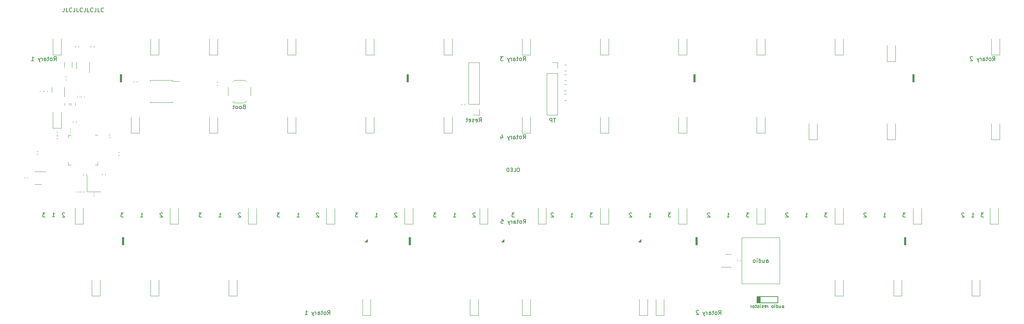
<source format=gbr>
%TF.GenerationSoftware,KiCad,Pcbnew,(6.0.11)*%
%TF.CreationDate,2023-02-27T17:51:17+01:00*%
%TF.ProjectId,alpha-curISO_routingv6,616c7068-612d-4637-9572-49534f5f726f,rev?*%
%TF.SameCoordinates,Original*%
%TF.FileFunction,Legend,Bot*%
%TF.FilePolarity,Positive*%
%FSLAX46Y46*%
G04 Gerber Fmt 4.6, Leading zero omitted, Abs format (unit mm)*
G04 Created by KiCad (PCBNEW (6.0.11)) date 2023-02-27 17:51:17*
%MOMM*%
%LPD*%
G01*
G04 APERTURE LIST*
%ADD10C,0.150000*%
%ADD11C,0.120000*%
%ADD12C,0.100000*%
G04 APERTURE END LIST*
D10*
X52720833Y-99464880D02*
X52101785Y-99464880D01*
X52435119Y-99845833D01*
X52292261Y-99845833D01*
X52197023Y-99893452D01*
X52149404Y-99941071D01*
X52101785Y-100036309D01*
X52101785Y-100274404D01*
X52149404Y-100369642D01*
X52197023Y-100417261D01*
X52292261Y-100464880D01*
X52577976Y-100464880D01*
X52673214Y-100417261D01*
X52720833Y-100369642D01*
X119348214Y-99560119D02*
X119300595Y-99512500D01*
X119205357Y-99464880D01*
X118967261Y-99464880D01*
X118872023Y-99512500D01*
X118824404Y-99560119D01*
X118776785Y-99655357D01*
X118776785Y-99750595D01*
X118824404Y-99893452D01*
X119395833Y-100464880D01*
X118776785Y-100464880D01*
X257460714Y-99560119D02*
X257413095Y-99512500D01*
X257317857Y-99464880D01*
X257079761Y-99464880D01*
X256984523Y-99512500D01*
X256936904Y-99560119D01*
X256889285Y-99655357D01*
X256889285Y-99750595D01*
X256936904Y-99893452D01*
X257508333Y-100464880D01*
X256889285Y-100464880D01*
X94964285Y-100464880D02*
X95535714Y-100464880D01*
X95250000Y-100464880D02*
X95250000Y-99464880D01*
X95345238Y-99607738D01*
X95440476Y-99702976D01*
X95535714Y-99750595D01*
X35401285Y-100401380D02*
X35972714Y-100401380D01*
X35687000Y-100401380D02*
X35687000Y-99401380D01*
X35782238Y-99544238D01*
X35877476Y-99639476D01*
X35972714Y-99687095D01*
X56864285Y-100464880D02*
X57435714Y-100464880D01*
X57150000Y-100464880D02*
X57150000Y-99464880D01*
X57245238Y-99607738D01*
X57340476Y-99702976D01*
X57435714Y-99750595D01*
X82081547Y-73588571D02*
X81938690Y-73636190D01*
X81891071Y-73683809D01*
X81843452Y-73779047D01*
X81843452Y-73921904D01*
X81891071Y-74017142D01*
X81938690Y-74064761D01*
X82033928Y-74112380D01*
X82414880Y-74112380D01*
X82414880Y-73112380D01*
X82081547Y-73112380D01*
X81986309Y-73160000D01*
X81938690Y-73207619D01*
X81891071Y-73302857D01*
X81891071Y-73398095D01*
X81938690Y-73493333D01*
X81986309Y-73540952D01*
X82081547Y-73588571D01*
X82414880Y-73588571D01*
X81272023Y-74112380D02*
X81367261Y-74064761D01*
X81414880Y-74017142D01*
X81462500Y-73921904D01*
X81462500Y-73636190D01*
X81414880Y-73540952D01*
X81367261Y-73493333D01*
X81272023Y-73445714D01*
X81129166Y-73445714D01*
X81033928Y-73493333D01*
X80986309Y-73540952D01*
X80938690Y-73636190D01*
X80938690Y-73921904D01*
X80986309Y-74017142D01*
X81033928Y-74064761D01*
X81129166Y-74112380D01*
X81272023Y-74112380D01*
X80367261Y-74112380D02*
X80462500Y-74064761D01*
X80510119Y-74017142D01*
X80557738Y-73921904D01*
X80557738Y-73636190D01*
X80510119Y-73540952D01*
X80462500Y-73493333D01*
X80367261Y-73445714D01*
X80224404Y-73445714D01*
X80129166Y-73493333D01*
X80081547Y-73540952D01*
X80033928Y-73636190D01*
X80033928Y-73921904D01*
X80081547Y-74017142D01*
X80129166Y-74064761D01*
X80224404Y-74112380D01*
X80367261Y-74112380D01*
X79748214Y-73445714D02*
X79367261Y-73445714D01*
X79605357Y-73112380D02*
X79605357Y-73969523D01*
X79557738Y-74064761D01*
X79462500Y-74112380D01*
X79367261Y-74112380D01*
X128920833Y-99464880D02*
X128301785Y-99464880D01*
X128635119Y-99845833D01*
X128492261Y-99845833D01*
X128397023Y-99893452D01*
X128349404Y-99941071D01*
X128301785Y-100036309D01*
X128301785Y-100274404D01*
X128349404Y-100369642D01*
X128397023Y-100417261D01*
X128492261Y-100464880D01*
X128777976Y-100464880D01*
X128873214Y-100417261D01*
X128920833Y-100369642D01*
X35766071Y-62364880D02*
X36099404Y-61888690D01*
X36337500Y-62364880D02*
X36337500Y-61364880D01*
X35956547Y-61364880D01*
X35861309Y-61412500D01*
X35813690Y-61460119D01*
X35766071Y-61555357D01*
X35766071Y-61698214D01*
X35813690Y-61793452D01*
X35861309Y-61841071D01*
X35956547Y-61888690D01*
X36337500Y-61888690D01*
X35194642Y-62364880D02*
X35289880Y-62317261D01*
X35337500Y-62269642D01*
X35385119Y-62174404D01*
X35385119Y-61888690D01*
X35337500Y-61793452D01*
X35289880Y-61745833D01*
X35194642Y-61698214D01*
X35051785Y-61698214D01*
X34956547Y-61745833D01*
X34908928Y-61793452D01*
X34861309Y-61888690D01*
X34861309Y-62174404D01*
X34908928Y-62269642D01*
X34956547Y-62317261D01*
X35051785Y-62364880D01*
X35194642Y-62364880D01*
X34575595Y-61698214D02*
X34194642Y-61698214D01*
X34432738Y-61364880D02*
X34432738Y-62222023D01*
X34385119Y-62317261D01*
X34289880Y-62364880D01*
X34194642Y-62364880D01*
X33432738Y-62364880D02*
X33432738Y-61841071D01*
X33480357Y-61745833D01*
X33575595Y-61698214D01*
X33766071Y-61698214D01*
X33861309Y-61745833D01*
X33432738Y-62317261D02*
X33527976Y-62364880D01*
X33766071Y-62364880D01*
X33861309Y-62317261D01*
X33908928Y-62222023D01*
X33908928Y-62126785D01*
X33861309Y-62031547D01*
X33766071Y-61983928D01*
X33527976Y-61983928D01*
X33432738Y-61936309D01*
X32956547Y-62364880D02*
X32956547Y-61698214D01*
X32956547Y-61888690D02*
X32908928Y-61793452D01*
X32861309Y-61745833D01*
X32766071Y-61698214D01*
X32670833Y-61698214D01*
X32432738Y-61698214D02*
X32194642Y-62364880D01*
X31956547Y-61698214D02*
X32194642Y-62364880D01*
X32289880Y-62602976D01*
X32337500Y-62650595D01*
X32432738Y-62698214D01*
X30289880Y-62364880D02*
X30861309Y-62364880D01*
X30575595Y-62364880D02*
X30575595Y-61364880D01*
X30670833Y-61507738D01*
X30766071Y-61602976D01*
X30861309Y-61650595D01*
X158011714Y-76414380D02*
X157440285Y-76414380D01*
X157726000Y-77414380D02*
X157726000Y-76414380D01*
X157106952Y-77414380D02*
X157106952Y-76414380D01*
X156726000Y-76414380D01*
X156630761Y-76462000D01*
X156583142Y-76509619D01*
X156535523Y-76604857D01*
X156535523Y-76747714D01*
X156583142Y-76842952D01*
X156630761Y-76890571D01*
X156726000Y-76938190D01*
X157106952Y-76938190D01*
X81248214Y-99560119D02*
X81200595Y-99512500D01*
X81105357Y-99464880D01*
X80867261Y-99464880D01*
X80772023Y-99512500D01*
X80724404Y-99560119D01*
X80676785Y-99655357D01*
X80676785Y-99750595D01*
X80724404Y-99893452D01*
X81295833Y-100464880D01*
X80676785Y-100464880D01*
X150066071Y-81414880D02*
X150399404Y-80938690D01*
X150637500Y-81414880D02*
X150637500Y-80414880D01*
X150256547Y-80414880D01*
X150161309Y-80462500D01*
X150113690Y-80510119D01*
X150066071Y-80605357D01*
X150066071Y-80748214D01*
X150113690Y-80843452D01*
X150161309Y-80891071D01*
X150256547Y-80938690D01*
X150637500Y-80938690D01*
X149494642Y-81414880D02*
X149589880Y-81367261D01*
X149637500Y-81319642D01*
X149685119Y-81224404D01*
X149685119Y-80938690D01*
X149637500Y-80843452D01*
X149589880Y-80795833D01*
X149494642Y-80748214D01*
X149351785Y-80748214D01*
X149256547Y-80795833D01*
X149208928Y-80843452D01*
X149161309Y-80938690D01*
X149161309Y-81224404D01*
X149208928Y-81319642D01*
X149256547Y-81367261D01*
X149351785Y-81414880D01*
X149494642Y-81414880D01*
X148875595Y-80748214D02*
X148494642Y-80748214D01*
X148732738Y-80414880D02*
X148732738Y-81272023D01*
X148685119Y-81367261D01*
X148589880Y-81414880D01*
X148494642Y-81414880D01*
X147732738Y-81414880D02*
X147732738Y-80891071D01*
X147780357Y-80795833D01*
X147875595Y-80748214D01*
X148066071Y-80748214D01*
X148161309Y-80795833D01*
X147732738Y-81367261D02*
X147827976Y-81414880D01*
X148066071Y-81414880D01*
X148161309Y-81367261D01*
X148208928Y-81272023D01*
X148208928Y-81176785D01*
X148161309Y-81081547D01*
X148066071Y-81033928D01*
X147827976Y-81033928D01*
X147732738Y-80986309D01*
X147256547Y-81414880D02*
X147256547Y-80748214D01*
X147256547Y-80938690D02*
X147208928Y-80843452D01*
X147161309Y-80795833D01*
X147066071Y-80748214D01*
X146970833Y-80748214D01*
X146732738Y-80748214D02*
X146494642Y-81414880D01*
X146256547Y-80748214D02*
X146494642Y-81414880D01*
X146589880Y-81652976D01*
X146637500Y-81700595D01*
X146732738Y-81748214D01*
X144685119Y-80748214D02*
X144685119Y-81414880D01*
X144923214Y-80367261D02*
X145161309Y-81081547D01*
X144542261Y-81081547D01*
X233648214Y-99560119D02*
X233600595Y-99512500D01*
X233505357Y-99464880D01*
X233267261Y-99464880D01*
X233172023Y-99512500D01*
X233124404Y-99560119D01*
X233076785Y-99655357D01*
X233076785Y-99750595D01*
X233124404Y-99893452D01*
X233695833Y-100464880D01*
X233076785Y-100464880D01*
X199739285Y-100464880D02*
X200310714Y-100464880D01*
X200025000Y-100464880D02*
X200025000Y-99464880D01*
X200120238Y-99607738D01*
X200215476Y-99702976D01*
X200310714Y-99750595D01*
X109870833Y-99464880D02*
X109251785Y-99464880D01*
X109585119Y-99845833D01*
X109442261Y-99845833D01*
X109347023Y-99893452D01*
X109299404Y-99941071D01*
X109251785Y-100036309D01*
X109251785Y-100274404D01*
X109299404Y-100369642D01*
X109347023Y-100417261D01*
X109442261Y-100464880D01*
X109727976Y-100464880D01*
X109823214Y-100417261D01*
X109870833Y-100369642D01*
X147970833Y-99464880D02*
X147351785Y-99464880D01*
X147685119Y-99845833D01*
X147542261Y-99845833D01*
X147447023Y-99893452D01*
X147399404Y-99941071D01*
X147351785Y-100036309D01*
X147351785Y-100274404D01*
X147399404Y-100369642D01*
X147447023Y-100417261D01*
X147542261Y-100464880D01*
X147827976Y-100464880D01*
X147923214Y-100417261D01*
X147970833Y-100369642D01*
X133064285Y-100464880D02*
X133635714Y-100464880D01*
X133350000Y-100464880D02*
X133350000Y-99464880D01*
X133445238Y-99607738D01*
X133540476Y-99702976D01*
X133635714Y-99750595D01*
X262270833Y-99464880D02*
X261651785Y-99464880D01*
X261985119Y-99845833D01*
X261842261Y-99845833D01*
X261747023Y-99893452D01*
X261699404Y-99941071D01*
X261651785Y-100036309D01*
X261651785Y-100274404D01*
X261699404Y-100369642D01*
X261747023Y-100417261D01*
X261842261Y-100464880D01*
X262127976Y-100464880D01*
X262223214Y-100417261D01*
X262270833Y-100369642D01*
X176498214Y-99560119D02*
X176450595Y-99512500D01*
X176355357Y-99464880D01*
X176117261Y-99464880D01*
X176022023Y-99512500D01*
X175974404Y-99560119D01*
X175926785Y-99655357D01*
X175926785Y-99750595D01*
X175974404Y-99893452D01*
X176545833Y-100464880D01*
X175926785Y-100464880D01*
X38385714Y-99560119D02*
X38338095Y-99512500D01*
X38242857Y-99464880D01*
X38004761Y-99464880D01*
X37909523Y-99512500D01*
X37861904Y-99560119D01*
X37814285Y-99655357D01*
X37814285Y-99750595D01*
X37861904Y-99893452D01*
X38433333Y-100464880D01*
X37814285Y-100464880D01*
X161639285Y-100464880D02*
X162210714Y-100464880D01*
X161925000Y-100464880D02*
X161925000Y-99464880D01*
X162020238Y-99607738D01*
X162115476Y-99702976D01*
X162210714Y-99750595D01*
X100298214Y-99560119D02*
X100250595Y-99512500D01*
X100155357Y-99464880D01*
X99917261Y-99464880D01*
X99822023Y-99512500D01*
X99774404Y-99560119D01*
X99726785Y-99655357D01*
X99726785Y-99750595D01*
X99774404Y-99893452D01*
X100345833Y-100464880D01*
X99726785Y-100464880D01*
X33670833Y-99464880D02*
X33051785Y-99464880D01*
X33385119Y-99845833D01*
X33242261Y-99845833D01*
X33147023Y-99893452D01*
X33099404Y-99941071D01*
X33051785Y-100036309D01*
X33051785Y-100274404D01*
X33099404Y-100369642D01*
X33147023Y-100417261D01*
X33242261Y-100464880D01*
X33527976Y-100464880D01*
X33623214Y-100417261D01*
X33670833Y-100369642D01*
X259302285Y-100464880D02*
X259873714Y-100464880D01*
X259588000Y-100464880D02*
X259588000Y-99464880D01*
X259683238Y-99607738D01*
X259778476Y-99702976D01*
X259873714Y-99750595D01*
X180689285Y-100464880D02*
X181260714Y-100464880D01*
X180975000Y-100464880D02*
X180975000Y-99464880D01*
X181070238Y-99607738D01*
X181165476Y-99702976D01*
X181260714Y-99750595D01*
X167020833Y-99464880D02*
X166401785Y-99464880D01*
X166735119Y-99845833D01*
X166592261Y-99845833D01*
X166497023Y-99893452D01*
X166449404Y-99941071D01*
X166401785Y-100036309D01*
X166401785Y-100274404D01*
X166449404Y-100369642D01*
X166497023Y-100417261D01*
X166592261Y-100464880D01*
X166877976Y-100464880D01*
X166973214Y-100417261D01*
X167020833Y-100369642D01*
X102441071Y-124277380D02*
X102774404Y-123801190D01*
X103012500Y-124277380D02*
X103012500Y-123277380D01*
X102631547Y-123277380D01*
X102536309Y-123325000D01*
X102488690Y-123372619D01*
X102441071Y-123467857D01*
X102441071Y-123610714D01*
X102488690Y-123705952D01*
X102536309Y-123753571D01*
X102631547Y-123801190D01*
X103012500Y-123801190D01*
X101869642Y-124277380D02*
X101964880Y-124229761D01*
X102012500Y-124182142D01*
X102060119Y-124086904D01*
X102060119Y-123801190D01*
X102012500Y-123705952D01*
X101964880Y-123658333D01*
X101869642Y-123610714D01*
X101726785Y-123610714D01*
X101631547Y-123658333D01*
X101583928Y-123705952D01*
X101536309Y-123801190D01*
X101536309Y-124086904D01*
X101583928Y-124182142D01*
X101631547Y-124229761D01*
X101726785Y-124277380D01*
X101869642Y-124277380D01*
X101250595Y-123610714D02*
X100869642Y-123610714D01*
X101107738Y-123277380D02*
X101107738Y-124134523D01*
X101060119Y-124229761D01*
X100964880Y-124277380D01*
X100869642Y-124277380D01*
X100107738Y-124277380D02*
X100107738Y-123753571D01*
X100155357Y-123658333D01*
X100250595Y-123610714D01*
X100441071Y-123610714D01*
X100536309Y-123658333D01*
X100107738Y-124229761D02*
X100202976Y-124277380D01*
X100441071Y-124277380D01*
X100536309Y-124229761D01*
X100583928Y-124134523D01*
X100583928Y-124039285D01*
X100536309Y-123944047D01*
X100441071Y-123896428D01*
X100202976Y-123896428D01*
X100107738Y-123848809D01*
X99631547Y-124277380D02*
X99631547Y-123610714D01*
X99631547Y-123801190D02*
X99583928Y-123705952D01*
X99536309Y-123658333D01*
X99441071Y-123610714D01*
X99345833Y-123610714D01*
X99107738Y-123610714D02*
X98869642Y-124277380D01*
X98631547Y-123610714D02*
X98869642Y-124277380D01*
X98964880Y-124515476D01*
X99012500Y-124563095D01*
X99107738Y-124610714D01*
X96964880Y-124277380D02*
X97536309Y-124277380D01*
X97250595Y-124277380D02*
X97250595Y-123277380D01*
X97345833Y-123420238D01*
X97441071Y-123515476D01*
X97536309Y-123563095D01*
X38306952Y-49490380D02*
X38306952Y-50204666D01*
X38259333Y-50347523D01*
X38164095Y-50442761D01*
X38021238Y-50490380D01*
X37926000Y-50490380D01*
X39259333Y-50490380D02*
X38783142Y-50490380D01*
X38783142Y-49490380D01*
X40164095Y-50395142D02*
X40116476Y-50442761D01*
X39973619Y-50490380D01*
X39878380Y-50490380D01*
X39735523Y-50442761D01*
X39640285Y-50347523D01*
X39592666Y-50252285D01*
X39545047Y-50061809D01*
X39545047Y-49918952D01*
X39592666Y-49728476D01*
X39640285Y-49633238D01*
X39735523Y-49538000D01*
X39878380Y-49490380D01*
X39973619Y-49490380D01*
X40116476Y-49538000D01*
X40164095Y-49585619D01*
X40878380Y-49490380D02*
X40878380Y-50204666D01*
X40830761Y-50347523D01*
X40735523Y-50442761D01*
X40592666Y-50490380D01*
X40497428Y-50490380D01*
X41830761Y-50490380D02*
X41354571Y-50490380D01*
X41354571Y-49490380D01*
X42735523Y-50395142D02*
X42687904Y-50442761D01*
X42545047Y-50490380D01*
X42449809Y-50490380D01*
X42306952Y-50442761D01*
X42211714Y-50347523D01*
X42164095Y-50252285D01*
X42116476Y-50061809D01*
X42116476Y-49918952D01*
X42164095Y-49728476D01*
X42211714Y-49633238D01*
X42306952Y-49538000D01*
X42449809Y-49490380D01*
X42545047Y-49490380D01*
X42687904Y-49538000D01*
X42735523Y-49585619D01*
X43449809Y-49490380D02*
X43449809Y-50204666D01*
X43402190Y-50347523D01*
X43306952Y-50442761D01*
X43164095Y-50490380D01*
X43068857Y-50490380D01*
X44402190Y-50490380D02*
X43926000Y-50490380D01*
X43926000Y-49490380D01*
X45306952Y-50395142D02*
X45259333Y-50442761D01*
X45116476Y-50490380D01*
X45021238Y-50490380D01*
X44878380Y-50442761D01*
X44783142Y-50347523D01*
X44735523Y-50252285D01*
X44687904Y-50061809D01*
X44687904Y-49918952D01*
X44735523Y-49728476D01*
X44783142Y-49633238D01*
X44878380Y-49538000D01*
X45021238Y-49490380D01*
X45116476Y-49490380D01*
X45259333Y-49538000D01*
X45306952Y-49585619D01*
X46021238Y-49490380D02*
X46021238Y-50204666D01*
X45973619Y-50347523D01*
X45878380Y-50442761D01*
X45735523Y-50490380D01*
X45640285Y-50490380D01*
X46973619Y-50490380D02*
X46497428Y-50490380D01*
X46497428Y-49490380D01*
X47878380Y-50395142D02*
X47830761Y-50442761D01*
X47687904Y-50490380D01*
X47592666Y-50490380D01*
X47449809Y-50442761D01*
X47354571Y-50347523D01*
X47306952Y-50252285D01*
X47259333Y-50061809D01*
X47259333Y-49918952D01*
X47306952Y-49728476D01*
X47354571Y-49633238D01*
X47449809Y-49538000D01*
X47592666Y-49490380D01*
X47687904Y-49490380D01*
X47830761Y-49538000D01*
X47878380Y-49585619D01*
X90820833Y-99464880D02*
X90201785Y-99464880D01*
X90535119Y-99845833D01*
X90392261Y-99845833D01*
X90297023Y-99893452D01*
X90249404Y-99941071D01*
X90201785Y-100036309D01*
X90201785Y-100274404D01*
X90249404Y-100369642D01*
X90297023Y-100417261D01*
X90392261Y-100464880D01*
X90677976Y-100464880D01*
X90773214Y-100417261D01*
X90820833Y-100369642D01*
X214598214Y-99560119D02*
X214550595Y-99512500D01*
X214455357Y-99464880D01*
X214217261Y-99464880D01*
X214122023Y-99512500D01*
X214074404Y-99560119D01*
X214026785Y-99655357D01*
X214026785Y-99750595D01*
X214074404Y-99893452D01*
X214645833Y-100464880D01*
X214026785Y-100464880D01*
X150066071Y-62364880D02*
X150399404Y-61888690D01*
X150637500Y-62364880D02*
X150637500Y-61364880D01*
X150256547Y-61364880D01*
X150161309Y-61412500D01*
X150113690Y-61460119D01*
X150066071Y-61555357D01*
X150066071Y-61698214D01*
X150113690Y-61793452D01*
X150161309Y-61841071D01*
X150256547Y-61888690D01*
X150637500Y-61888690D01*
X149494642Y-62364880D02*
X149589880Y-62317261D01*
X149637500Y-62269642D01*
X149685119Y-62174404D01*
X149685119Y-61888690D01*
X149637500Y-61793452D01*
X149589880Y-61745833D01*
X149494642Y-61698214D01*
X149351785Y-61698214D01*
X149256547Y-61745833D01*
X149208928Y-61793452D01*
X149161309Y-61888690D01*
X149161309Y-62174404D01*
X149208928Y-62269642D01*
X149256547Y-62317261D01*
X149351785Y-62364880D01*
X149494642Y-62364880D01*
X148875595Y-61698214D02*
X148494642Y-61698214D01*
X148732738Y-61364880D02*
X148732738Y-62222023D01*
X148685119Y-62317261D01*
X148589880Y-62364880D01*
X148494642Y-62364880D01*
X147732738Y-62364880D02*
X147732738Y-61841071D01*
X147780357Y-61745833D01*
X147875595Y-61698214D01*
X148066071Y-61698214D01*
X148161309Y-61745833D01*
X147732738Y-62317261D02*
X147827976Y-62364880D01*
X148066071Y-62364880D01*
X148161309Y-62317261D01*
X148208928Y-62222023D01*
X148208928Y-62126785D01*
X148161309Y-62031547D01*
X148066071Y-61983928D01*
X147827976Y-61983928D01*
X147732738Y-61936309D01*
X147256547Y-62364880D02*
X147256547Y-61698214D01*
X147256547Y-61888690D02*
X147208928Y-61793452D01*
X147161309Y-61745833D01*
X147066071Y-61698214D01*
X146970833Y-61698214D01*
X146732738Y-61698214D02*
X146494642Y-62364880D01*
X146256547Y-61698214D02*
X146494642Y-62364880D01*
X146589880Y-62602976D01*
X146637500Y-62650595D01*
X146732738Y-62698214D01*
X145208928Y-61364880D02*
X144589880Y-61364880D01*
X144923214Y-61745833D01*
X144780357Y-61745833D01*
X144685119Y-61793452D01*
X144637500Y-61841071D01*
X144589880Y-61936309D01*
X144589880Y-62174404D01*
X144637500Y-62269642D01*
X144685119Y-62317261D01*
X144780357Y-62364880D01*
X145066071Y-62364880D01*
X145161309Y-62317261D01*
X145208928Y-62269642D01*
X213226190Y-122599404D02*
X213226190Y-122180357D01*
X213264285Y-122104166D01*
X213340476Y-122066071D01*
X213492857Y-122066071D01*
X213569047Y-122104166D01*
X213226190Y-122561309D02*
X213302380Y-122599404D01*
X213492857Y-122599404D01*
X213569047Y-122561309D01*
X213607142Y-122485119D01*
X213607142Y-122408928D01*
X213569047Y-122332738D01*
X213492857Y-122294642D01*
X213302380Y-122294642D01*
X213226190Y-122256547D01*
X212502380Y-122066071D02*
X212502380Y-122599404D01*
X212845238Y-122066071D02*
X212845238Y-122485119D01*
X212807142Y-122561309D01*
X212730952Y-122599404D01*
X212616666Y-122599404D01*
X212540476Y-122561309D01*
X212502380Y-122523214D01*
X211778571Y-122599404D02*
X211778571Y-121799404D01*
X211778571Y-122561309D02*
X211854761Y-122599404D01*
X212007142Y-122599404D01*
X212083333Y-122561309D01*
X212121428Y-122523214D01*
X212159523Y-122447023D01*
X212159523Y-122218452D01*
X212121428Y-122142261D01*
X212083333Y-122104166D01*
X212007142Y-122066071D01*
X211854761Y-122066071D01*
X211778571Y-122104166D01*
X211397619Y-122599404D02*
X211397619Y-122066071D01*
X211397619Y-121799404D02*
X211435714Y-121837500D01*
X211397619Y-121875595D01*
X211359523Y-121837500D01*
X211397619Y-121799404D01*
X211397619Y-121875595D01*
X210902380Y-122599404D02*
X210978571Y-122561309D01*
X211016666Y-122523214D01*
X211054761Y-122447023D01*
X211054761Y-122218452D01*
X211016666Y-122142261D01*
X210978571Y-122104166D01*
X210902380Y-122066071D01*
X210788095Y-122066071D01*
X210711904Y-122104166D01*
X210673809Y-122142261D01*
X210635714Y-122218452D01*
X210635714Y-122447023D01*
X210673809Y-122523214D01*
X210711904Y-122561309D01*
X210788095Y-122599404D01*
X210902380Y-122599404D01*
X209683333Y-122599404D02*
X209683333Y-122066071D01*
X209683333Y-122218452D02*
X209645238Y-122142261D01*
X209607142Y-122104166D01*
X209530952Y-122066071D01*
X209454761Y-122066071D01*
X208883333Y-122561309D02*
X208959523Y-122599404D01*
X209111904Y-122599404D01*
X209188095Y-122561309D01*
X209226190Y-122485119D01*
X209226190Y-122180357D01*
X209188095Y-122104166D01*
X209111904Y-122066071D01*
X208959523Y-122066071D01*
X208883333Y-122104166D01*
X208845238Y-122180357D01*
X208845238Y-122256547D01*
X209226190Y-122332738D01*
X208540476Y-122561309D02*
X208464285Y-122599404D01*
X208311904Y-122599404D01*
X208235714Y-122561309D01*
X208197619Y-122485119D01*
X208197619Y-122447023D01*
X208235714Y-122370833D01*
X208311904Y-122332738D01*
X208426190Y-122332738D01*
X208502380Y-122294642D01*
X208540476Y-122218452D01*
X208540476Y-122180357D01*
X208502380Y-122104166D01*
X208426190Y-122066071D01*
X208311904Y-122066071D01*
X208235714Y-122104166D01*
X207854761Y-122599404D02*
X207854761Y-122066071D01*
X207854761Y-121799404D02*
X207892857Y-121837500D01*
X207854761Y-121875595D01*
X207816666Y-121837500D01*
X207854761Y-121799404D01*
X207854761Y-121875595D01*
X207511904Y-122561309D02*
X207435714Y-122599404D01*
X207283333Y-122599404D01*
X207207142Y-122561309D01*
X207169047Y-122485119D01*
X207169047Y-122447023D01*
X207207142Y-122370833D01*
X207283333Y-122332738D01*
X207397619Y-122332738D01*
X207473809Y-122294642D01*
X207511904Y-122218452D01*
X207511904Y-122180357D01*
X207473809Y-122104166D01*
X207397619Y-122066071D01*
X207283333Y-122066071D01*
X207207142Y-122104166D01*
X206940476Y-122066071D02*
X206635714Y-122066071D01*
X206826190Y-121799404D02*
X206826190Y-122485119D01*
X206788095Y-122561309D01*
X206711904Y-122599404D01*
X206635714Y-122599404D01*
X206254761Y-122599404D02*
X206330952Y-122561309D01*
X206369047Y-122523214D01*
X206407142Y-122447023D01*
X206407142Y-122218452D01*
X206369047Y-122142261D01*
X206330952Y-122104166D01*
X206254761Y-122066071D01*
X206140476Y-122066071D01*
X206064285Y-122104166D01*
X206026190Y-122142261D01*
X205988095Y-122218452D01*
X205988095Y-122447023D01*
X206026190Y-122523214D01*
X206064285Y-122561309D01*
X206140476Y-122599404D01*
X206254761Y-122599404D01*
X205645238Y-122599404D02*
X205645238Y-122066071D01*
X205645238Y-122218452D02*
X205607142Y-122142261D01*
X205569047Y-122104166D01*
X205492857Y-122066071D01*
X205416666Y-122066071D01*
X218789285Y-100464880D02*
X219360714Y-100464880D01*
X219075000Y-100464880D02*
X219075000Y-99464880D01*
X219170238Y-99607738D01*
X219265476Y-99702976D01*
X219360714Y-99750595D01*
X138398214Y-99560119D02*
X138350595Y-99512500D01*
X138255357Y-99464880D01*
X138017261Y-99464880D01*
X137922023Y-99512500D01*
X137874404Y-99560119D01*
X137826785Y-99655357D01*
X137826785Y-99750595D01*
X137874404Y-99893452D01*
X138445833Y-100464880D01*
X137826785Y-100464880D01*
X139350595Y-77287380D02*
X139683928Y-76811190D01*
X139922023Y-77287380D02*
X139922023Y-76287380D01*
X139541071Y-76287380D01*
X139445833Y-76335000D01*
X139398214Y-76382619D01*
X139350595Y-76477857D01*
X139350595Y-76620714D01*
X139398214Y-76715952D01*
X139445833Y-76763571D01*
X139541071Y-76811190D01*
X139922023Y-76811190D01*
X138541071Y-77239761D02*
X138636309Y-77287380D01*
X138826785Y-77287380D01*
X138922023Y-77239761D01*
X138969642Y-77144523D01*
X138969642Y-76763571D01*
X138922023Y-76668333D01*
X138826785Y-76620714D01*
X138636309Y-76620714D01*
X138541071Y-76668333D01*
X138493452Y-76763571D01*
X138493452Y-76858809D01*
X138969642Y-76954047D01*
X138112500Y-77239761D02*
X138017261Y-77287380D01*
X137826785Y-77287380D01*
X137731547Y-77239761D01*
X137683928Y-77144523D01*
X137683928Y-77096904D01*
X137731547Y-77001666D01*
X137826785Y-76954047D01*
X137969642Y-76954047D01*
X138064880Y-76906428D01*
X138112500Y-76811190D01*
X138112500Y-76763571D01*
X138064880Y-76668333D01*
X137969642Y-76620714D01*
X137826785Y-76620714D01*
X137731547Y-76668333D01*
X136874404Y-77239761D02*
X136969642Y-77287380D01*
X137160119Y-77287380D01*
X137255357Y-77239761D01*
X137302976Y-77144523D01*
X137302976Y-76763571D01*
X137255357Y-76668333D01*
X137160119Y-76620714D01*
X136969642Y-76620714D01*
X136874404Y-76668333D01*
X136826785Y-76763571D01*
X136826785Y-76858809D01*
X137302976Y-76954047D01*
X136541071Y-76620714D02*
X136160119Y-76620714D01*
X136398214Y-76287380D02*
X136398214Y-77144523D01*
X136350595Y-77239761D01*
X136255357Y-77287380D01*
X136160119Y-77287380D01*
X197691071Y-124277380D02*
X198024404Y-123801190D01*
X198262500Y-124277380D02*
X198262500Y-123277380D01*
X197881547Y-123277380D01*
X197786309Y-123325000D01*
X197738690Y-123372619D01*
X197691071Y-123467857D01*
X197691071Y-123610714D01*
X197738690Y-123705952D01*
X197786309Y-123753571D01*
X197881547Y-123801190D01*
X198262500Y-123801190D01*
X197119642Y-124277380D02*
X197214880Y-124229761D01*
X197262500Y-124182142D01*
X197310119Y-124086904D01*
X197310119Y-123801190D01*
X197262500Y-123705952D01*
X197214880Y-123658333D01*
X197119642Y-123610714D01*
X196976785Y-123610714D01*
X196881547Y-123658333D01*
X196833928Y-123705952D01*
X196786309Y-123801190D01*
X196786309Y-124086904D01*
X196833928Y-124182142D01*
X196881547Y-124229761D01*
X196976785Y-124277380D01*
X197119642Y-124277380D01*
X196500595Y-123610714D02*
X196119642Y-123610714D01*
X196357738Y-123277380D02*
X196357738Y-124134523D01*
X196310119Y-124229761D01*
X196214880Y-124277380D01*
X196119642Y-124277380D01*
X195357738Y-124277380D02*
X195357738Y-123753571D01*
X195405357Y-123658333D01*
X195500595Y-123610714D01*
X195691071Y-123610714D01*
X195786309Y-123658333D01*
X195357738Y-124229761D02*
X195452976Y-124277380D01*
X195691071Y-124277380D01*
X195786309Y-124229761D01*
X195833928Y-124134523D01*
X195833928Y-124039285D01*
X195786309Y-123944047D01*
X195691071Y-123896428D01*
X195452976Y-123896428D01*
X195357738Y-123848809D01*
X194881547Y-124277380D02*
X194881547Y-123610714D01*
X194881547Y-123801190D02*
X194833928Y-123705952D01*
X194786309Y-123658333D01*
X194691071Y-123610714D01*
X194595833Y-123610714D01*
X194357738Y-123610714D02*
X194119642Y-124277380D01*
X193881547Y-123610714D02*
X194119642Y-124277380D01*
X194214880Y-124515476D01*
X194262500Y-124563095D01*
X194357738Y-124610714D01*
X192786309Y-123372619D02*
X192738690Y-123325000D01*
X192643452Y-123277380D01*
X192405357Y-123277380D01*
X192310119Y-123325000D01*
X192262500Y-123372619D01*
X192214880Y-123467857D01*
X192214880Y-123563095D01*
X192262500Y-123705952D01*
X192833928Y-124277380D01*
X192214880Y-124277380D01*
X243220833Y-99464880D02*
X242601785Y-99464880D01*
X242935119Y-99845833D01*
X242792261Y-99845833D01*
X242697023Y-99893452D01*
X242649404Y-99941071D01*
X242601785Y-100036309D01*
X242601785Y-100274404D01*
X242649404Y-100369642D01*
X242697023Y-100417261D01*
X242792261Y-100464880D01*
X243077976Y-100464880D01*
X243173214Y-100417261D01*
X243220833Y-100369642D01*
X264429571Y-62364880D02*
X264762904Y-61888690D01*
X265001000Y-62364880D02*
X265001000Y-61364880D01*
X264620047Y-61364880D01*
X264524809Y-61412500D01*
X264477190Y-61460119D01*
X264429571Y-61555357D01*
X264429571Y-61698214D01*
X264477190Y-61793452D01*
X264524809Y-61841071D01*
X264620047Y-61888690D01*
X265001000Y-61888690D01*
X263858142Y-62364880D02*
X263953380Y-62317261D01*
X264001000Y-62269642D01*
X264048619Y-62174404D01*
X264048619Y-61888690D01*
X264001000Y-61793452D01*
X263953380Y-61745833D01*
X263858142Y-61698214D01*
X263715285Y-61698214D01*
X263620047Y-61745833D01*
X263572428Y-61793452D01*
X263524809Y-61888690D01*
X263524809Y-62174404D01*
X263572428Y-62269642D01*
X263620047Y-62317261D01*
X263715285Y-62364880D01*
X263858142Y-62364880D01*
X263239095Y-61698214D02*
X262858142Y-61698214D01*
X263096238Y-61364880D02*
X263096238Y-62222023D01*
X263048619Y-62317261D01*
X262953380Y-62364880D01*
X262858142Y-62364880D01*
X262096238Y-62364880D02*
X262096238Y-61841071D01*
X262143857Y-61745833D01*
X262239095Y-61698214D01*
X262429571Y-61698214D01*
X262524809Y-61745833D01*
X262096238Y-62317261D02*
X262191476Y-62364880D01*
X262429571Y-62364880D01*
X262524809Y-62317261D01*
X262572428Y-62222023D01*
X262572428Y-62126785D01*
X262524809Y-62031547D01*
X262429571Y-61983928D01*
X262191476Y-61983928D01*
X262096238Y-61936309D01*
X261620047Y-62364880D02*
X261620047Y-61698214D01*
X261620047Y-61888690D02*
X261572428Y-61793452D01*
X261524809Y-61745833D01*
X261429571Y-61698214D01*
X261334333Y-61698214D01*
X261096238Y-61698214D02*
X260858142Y-62364880D01*
X260620047Y-61698214D02*
X260858142Y-62364880D01*
X260953380Y-62602976D01*
X261001000Y-62650595D01*
X261096238Y-62698214D01*
X259524809Y-61460119D02*
X259477190Y-61412500D01*
X259381952Y-61364880D01*
X259143857Y-61364880D01*
X259048619Y-61412500D01*
X259001000Y-61460119D01*
X258953380Y-61555357D01*
X258953380Y-61650595D01*
X259001000Y-61793452D01*
X259572428Y-62364880D01*
X258953380Y-62364880D01*
X209343452Y-111577380D02*
X209343452Y-111053571D01*
X209391071Y-110958333D01*
X209486309Y-110910714D01*
X209676785Y-110910714D01*
X209772023Y-110958333D01*
X209343452Y-111529761D02*
X209438690Y-111577380D01*
X209676785Y-111577380D01*
X209772023Y-111529761D01*
X209819642Y-111434523D01*
X209819642Y-111339285D01*
X209772023Y-111244047D01*
X209676785Y-111196428D01*
X209438690Y-111196428D01*
X209343452Y-111148809D01*
X208438690Y-110910714D02*
X208438690Y-111577380D01*
X208867261Y-110910714D02*
X208867261Y-111434523D01*
X208819642Y-111529761D01*
X208724404Y-111577380D01*
X208581547Y-111577380D01*
X208486309Y-111529761D01*
X208438690Y-111482142D01*
X207533928Y-111577380D02*
X207533928Y-110577380D01*
X207533928Y-111529761D02*
X207629166Y-111577380D01*
X207819642Y-111577380D01*
X207914880Y-111529761D01*
X207962500Y-111482142D01*
X208010119Y-111386904D01*
X208010119Y-111101190D01*
X207962500Y-111005952D01*
X207914880Y-110958333D01*
X207819642Y-110910714D01*
X207629166Y-110910714D01*
X207533928Y-110958333D01*
X207057738Y-111577380D02*
X207057738Y-110910714D01*
X207057738Y-110577380D02*
X207105357Y-110625000D01*
X207057738Y-110672619D01*
X207010119Y-110625000D01*
X207057738Y-110577380D01*
X207057738Y-110672619D01*
X206438690Y-111577380D02*
X206533928Y-111529761D01*
X206581547Y-111482142D01*
X206629166Y-111386904D01*
X206629166Y-111101190D01*
X206581547Y-111005952D01*
X206533928Y-110958333D01*
X206438690Y-110910714D01*
X206295833Y-110910714D01*
X206200595Y-110958333D01*
X206152976Y-111005952D01*
X206105357Y-111101190D01*
X206105357Y-111386904D01*
X206152976Y-111482142D01*
X206200595Y-111529761D01*
X206295833Y-111577380D01*
X206438690Y-111577380D01*
X157448214Y-99560119D02*
X157400595Y-99512500D01*
X157305357Y-99464880D01*
X157067261Y-99464880D01*
X156972023Y-99512500D01*
X156924404Y-99560119D01*
X156876785Y-99655357D01*
X156876785Y-99750595D01*
X156924404Y-99893452D01*
X157495833Y-100464880D01*
X156876785Y-100464880D01*
X150129571Y-102052380D02*
X150462904Y-101576190D01*
X150701000Y-102052380D02*
X150701000Y-101052380D01*
X150320047Y-101052380D01*
X150224809Y-101100000D01*
X150177190Y-101147619D01*
X150129571Y-101242857D01*
X150129571Y-101385714D01*
X150177190Y-101480952D01*
X150224809Y-101528571D01*
X150320047Y-101576190D01*
X150701000Y-101576190D01*
X149558142Y-102052380D02*
X149653380Y-102004761D01*
X149701000Y-101957142D01*
X149748619Y-101861904D01*
X149748619Y-101576190D01*
X149701000Y-101480952D01*
X149653380Y-101433333D01*
X149558142Y-101385714D01*
X149415285Y-101385714D01*
X149320047Y-101433333D01*
X149272428Y-101480952D01*
X149224809Y-101576190D01*
X149224809Y-101861904D01*
X149272428Y-101957142D01*
X149320047Y-102004761D01*
X149415285Y-102052380D01*
X149558142Y-102052380D01*
X148939095Y-101385714D02*
X148558142Y-101385714D01*
X148796238Y-101052380D02*
X148796238Y-101909523D01*
X148748619Y-102004761D01*
X148653380Y-102052380D01*
X148558142Y-102052380D01*
X147796238Y-102052380D02*
X147796238Y-101528571D01*
X147843857Y-101433333D01*
X147939095Y-101385714D01*
X148129571Y-101385714D01*
X148224809Y-101433333D01*
X147796238Y-102004761D02*
X147891476Y-102052380D01*
X148129571Y-102052380D01*
X148224809Y-102004761D01*
X148272428Y-101909523D01*
X148272428Y-101814285D01*
X148224809Y-101719047D01*
X148129571Y-101671428D01*
X147891476Y-101671428D01*
X147796238Y-101623809D01*
X147320047Y-102052380D02*
X147320047Y-101385714D01*
X147320047Y-101576190D02*
X147272428Y-101480952D01*
X147224809Y-101433333D01*
X147129571Y-101385714D01*
X147034333Y-101385714D01*
X146796238Y-101385714D02*
X146558142Y-102052380D01*
X146320047Y-101385714D02*
X146558142Y-102052380D01*
X146653380Y-102290476D01*
X146701000Y-102338095D01*
X146796238Y-102385714D01*
X144701000Y-101052380D02*
X145177190Y-101052380D01*
X145224809Y-101528571D01*
X145177190Y-101480952D01*
X145081952Y-101433333D01*
X144843857Y-101433333D01*
X144748619Y-101480952D01*
X144701000Y-101528571D01*
X144653380Y-101623809D01*
X144653380Y-101861904D01*
X144701000Y-101957142D01*
X144748619Y-102004761D01*
X144843857Y-102052380D01*
X145081952Y-102052380D01*
X145177190Y-102004761D01*
X145224809Y-101957142D01*
X114014285Y-100464880D02*
X114585714Y-100464880D01*
X114300000Y-100464880D02*
X114300000Y-99464880D01*
X114395238Y-99607738D01*
X114490476Y-99702976D01*
X114585714Y-99750595D01*
X186070833Y-99464880D02*
X185451785Y-99464880D01*
X185785119Y-99845833D01*
X185642261Y-99845833D01*
X185547023Y-99893452D01*
X185499404Y-99941071D01*
X185451785Y-100036309D01*
X185451785Y-100274404D01*
X185499404Y-100369642D01*
X185547023Y-100417261D01*
X185642261Y-100464880D01*
X185927976Y-100464880D01*
X186023214Y-100417261D01*
X186070833Y-100369642D01*
X71770833Y-99464880D02*
X71151785Y-99464880D01*
X71485119Y-99845833D01*
X71342261Y-99845833D01*
X71247023Y-99893452D01*
X71199404Y-99941071D01*
X71151785Y-100036309D01*
X71151785Y-100274404D01*
X71199404Y-100369642D01*
X71247023Y-100417261D01*
X71342261Y-100464880D01*
X71627976Y-100464880D01*
X71723214Y-100417261D01*
X71770833Y-100369642D01*
X237839285Y-100464880D02*
X238410714Y-100464880D01*
X238125000Y-100464880D02*
X238125000Y-99464880D01*
X238220238Y-99607738D01*
X238315476Y-99702976D01*
X238410714Y-99750595D01*
X195548214Y-99560119D02*
X195500595Y-99512500D01*
X195405357Y-99464880D01*
X195167261Y-99464880D01*
X195072023Y-99512500D01*
X195024404Y-99560119D01*
X194976785Y-99655357D01*
X194976785Y-99750595D01*
X195024404Y-99893452D01*
X195595833Y-100464880D01*
X194976785Y-100464880D01*
X62198214Y-99560119D02*
X62150595Y-99512500D01*
X62055357Y-99464880D01*
X61817261Y-99464880D01*
X61722023Y-99512500D01*
X61674404Y-99560119D01*
X61626785Y-99655357D01*
X61626785Y-99750595D01*
X61674404Y-99893452D01*
X62245833Y-100464880D01*
X61626785Y-100464880D01*
X75914285Y-100464880D02*
X76485714Y-100464880D01*
X76200000Y-100464880D02*
X76200000Y-99464880D01*
X76295238Y-99607738D01*
X76390476Y-99702976D01*
X76485714Y-99750595D01*
X205120833Y-99464880D02*
X204501785Y-99464880D01*
X204835119Y-99845833D01*
X204692261Y-99845833D01*
X204597023Y-99893452D01*
X204549404Y-99941071D01*
X204501785Y-100036309D01*
X204501785Y-100274404D01*
X204549404Y-100369642D01*
X204597023Y-100417261D01*
X204692261Y-100464880D01*
X204977976Y-100464880D01*
X205073214Y-100417261D01*
X205120833Y-100369642D01*
X224170833Y-99464880D02*
X223551785Y-99464880D01*
X223885119Y-99845833D01*
X223742261Y-99845833D01*
X223647023Y-99893452D01*
X223599404Y-99941071D01*
X223551785Y-100036309D01*
X223551785Y-100274404D01*
X223599404Y-100369642D01*
X223647023Y-100417261D01*
X223742261Y-100464880D01*
X224027976Y-100464880D01*
X224123214Y-100417261D01*
X224170833Y-100369642D01*
%TO.C,OL1*%
X148944642Y-88534142D02*
X148773214Y-88534142D01*
X148687500Y-88577000D01*
X148601785Y-88662714D01*
X148558928Y-88834142D01*
X148558928Y-89134142D01*
X148601785Y-89305571D01*
X148687500Y-89391285D01*
X148773214Y-89434142D01*
X148944642Y-89434142D01*
X149030357Y-89391285D01*
X149116071Y-89305571D01*
X149158928Y-89134142D01*
X149158928Y-88834142D01*
X149116071Y-88662714D01*
X149030357Y-88577000D01*
X148944642Y-88534142D01*
X147744642Y-89434142D02*
X148173214Y-89434142D01*
X148173214Y-88534142D01*
X147444642Y-88962714D02*
X147144642Y-88962714D01*
X147016071Y-89434142D02*
X147444642Y-89434142D01*
X147444642Y-88534142D01*
X147016071Y-88534142D01*
X146630357Y-89434142D02*
X146630357Y-88534142D01*
X146416071Y-88534142D01*
X146287500Y-88577000D01*
X146201785Y-88662714D01*
X146158928Y-88748428D01*
X146116071Y-88919857D01*
X146116071Y-89048428D01*
X146158928Y-89219857D01*
X146201785Y-89305571D01*
X146287500Y-89391285D01*
X146416071Y-89434142D01*
X146630357Y-89434142D01*
D11*
%TO.C,J2*%
X158492500Y-65405000D02*
X158492500Y-75625000D01*
X158492500Y-62805000D02*
X158492500Y-64135000D01*
X155832500Y-65405000D02*
X155832500Y-75625000D01*
X155832500Y-75625000D02*
X158492500Y-75625000D01*
X157162500Y-62805000D02*
X158492500Y-62805000D01*
X155832500Y-65405000D02*
X158492500Y-65405000D01*
D10*
%TO.C,R8*%
X207391000Y-119888000D02*
X207391000Y-121412000D01*
X207264000Y-121412000D02*
X207264000Y-119888000D01*
X207645000Y-119888000D02*
X207645000Y-121412000D01*
X212090000Y-121412000D02*
X212090000Y-119888000D01*
X207010000Y-119888000D02*
X207010000Y-121412000D01*
X212090000Y-119888000D02*
X207010000Y-119888000D01*
X207137000Y-119888000D02*
X207137000Y-121412000D01*
X207518000Y-121412000D02*
X207518000Y-119888000D01*
X207010000Y-121412000D02*
X212090000Y-121412000D01*
X207772000Y-119888000D02*
X207772000Y-121412000D01*
D11*
%TO.C,D32*%
X187912500Y-79987500D02*
X187912500Y-76137500D01*
X189912500Y-79987500D02*
X187912500Y-79987500D01*
X189912500Y-79987500D02*
X189912500Y-76137500D01*
%TO.C,SW27*%
X79712500Y-72600000D02*
X82212500Y-72600000D01*
X79712500Y-67100000D02*
X82212500Y-67100000D01*
X83712500Y-70850000D02*
X83712500Y-68850000D01*
X82662500Y-67550000D02*
X82212500Y-67100000D01*
X79262500Y-72150000D02*
X79712500Y-72600000D01*
X78212500Y-70850000D02*
X78212500Y-68850000D01*
X79262500Y-67550000D02*
X79712500Y-67100000D01*
X82662500Y-72150000D02*
X82212500Y-72600000D01*
%TO.C,LED2*%
G36*
X145437500Y-106550000D02*
G01*
X144837500Y-106550000D01*
X145437500Y-105950000D01*
X145437500Y-106550000D01*
G37*
D12*
X145437500Y-106550000D02*
X144837500Y-106550000D01*
X145437500Y-105950000D01*
X145437500Y-106550000D01*
D11*
%TO.C,D2*%
X37512500Y-78781000D02*
X35512500Y-78781000D01*
X35512500Y-78781000D02*
X35512500Y-74931000D01*
X37512500Y-78781000D02*
X37512500Y-74931000D01*
%TO.C,R7*%
X42850800Y-90323641D02*
X42850800Y-90016359D01*
X43610800Y-90323641D02*
X43610800Y-90016359D01*
%TO.C,LED8*%
G36*
X192587500Y-107362500D02*
G01*
X192087500Y-107362500D01*
X192087500Y-105362500D01*
X192587500Y-105362500D01*
X192587500Y-107362500D01*
G37*
%TO.C,D11*%
X85137500Y-102212500D02*
X83137500Y-102212500D01*
X83137500Y-102212500D02*
X83137500Y-98362500D01*
X85137500Y-102212500D02*
X85137500Y-98362500D01*
%TO.C,C2*%
X48264400Y-90011364D02*
X48264400Y-90227036D01*
X47544400Y-90011364D02*
X47544400Y-90227036D01*
%TO.C,D9*%
X73612500Y-60937500D02*
X73612500Y-57087500D01*
X75612500Y-60937500D02*
X73612500Y-60937500D01*
X75612500Y-60937500D02*
X75612500Y-57087500D01*
%TO.C,D50*%
X155686000Y-102149000D02*
X155686000Y-98299000D01*
X153686000Y-102149000D02*
X153686000Y-98299000D01*
X155686000Y-102149000D02*
X153686000Y-102149000D01*
%TO.C,D7*%
X66087500Y-102212500D02*
X64087500Y-102212500D01*
X66087500Y-102212500D02*
X66087500Y-98362500D01*
X64087500Y-102212500D02*
X64087500Y-98362500D01*
%TO.C,C10*%
X40432400Y-77450836D02*
X40432400Y-77235164D01*
X41152400Y-77450836D02*
X41152400Y-77235164D01*
%TO.C,C14*%
X42066800Y-94227764D02*
X42066800Y-94443436D01*
X41346800Y-94227764D02*
X41346800Y-94443436D01*
%TO.C,D24*%
X151812500Y-124437500D02*
X151812500Y-120587500D01*
X151812500Y-124437500D02*
X149812500Y-124437500D01*
X149812500Y-124437500D02*
X149812500Y-120587500D01*
%TO.C,UR1*%
X160110436Y-67251250D02*
X160564564Y-67251250D01*
X160110436Y-65781250D02*
X160564564Y-65781250D01*
%TO.C,D42*%
X240712500Y-62525000D02*
X238712500Y-62525000D01*
X238712500Y-62525000D02*
X238712500Y-58675000D01*
X240712500Y-62525000D02*
X240712500Y-58675000D01*
%TO.C,D44*%
X247062500Y-102212500D02*
X245062500Y-102212500D01*
X245062500Y-102212500D02*
X245062500Y-98362500D01*
X247062500Y-102212500D02*
X247062500Y-98362500D01*
%TO.C,D5*%
X59325000Y-60937500D02*
X59325000Y-57087500D01*
X61325000Y-60937500D02*
X61325000Y-57087500D01*
X61325000Y-60937500D02*
X59325000Y-60937500D01*
%TO.C,D23*%
X137112500Y-124437500D02*
X137112500Y-120587500D01*
X139112500Y-124437500D02*
X139112500Y-120587500D01*
X139112500Y-124437500D02*
X137112500Y-124437500D01*
%TO.C,D49*%
X261350000Y-119675000D02*
X259350000Y-119675000D01*
X261350000Y-119675000D02*
X261350000Y-115825000D01*
X259350000Y-119675000D02*
X259350000Y-115825000D01*
%TO.C,C1*%
X45630921Y-94636000D02*
X45415249Y-94636000D01*
X45630921Y-95356000D02*
X45415249Y-95356000D01*
%TO.C,D25*%
X149812500Y-60937500D02*
X149812500Y-57087500D01*
X151812500Y-60937500D02*
X149812500Y-60937500D01*
X151812500Y-60937500D02*
X151812500Y-57087500D01*
%TO.C,C5*%
X32404129Y-69934391D02*
X32404129Y-69718719D01*
X33124129Y-69934391D02*
X33124129Y-69718719D01*
%TO.C,D13*%
X94662500Y-60937500D02*
X92662500Y-60937500D01*
X92662500Y-60937500D02*
X92662500Y-57087500D01*
X94662500Y-60937500D02*
X94662500Y-57087500D01*
%TO.C,D39*%
X221662500Y-81575000D02*
X219662500Y-81575000D01*
X221662500Y-81575000D02*
X221662500Y-77725000D01*
X219662500Y-81575000D02*
X219662500Y-77725000D01*
%TO.C,C18*%
X160598752Y-69632500D02*
X160076248Y-69632500D01*
X160598752Y-68162500D02*
X160076248Y-68162500D01*
%TO.C,C19*%
X29366800Y-91039836D02*
X29366800Y-90824164D01*
X28646800Y-91039836D02*
X28646800Y-90824164D01*
%TO.C,D19*%
X110918750Y-124437500D02*
X110918750Y-120587500D01*
X112918750Y-124437500D02*
X110918750Y-124437500D01*
X112918750Y-124437500D02*
X112918750Y-120587500D01*
%TO.C,LED4*%
G36*
X122237500Y-67675000D02*
G01*
X121737500Y-67675000D01*
X121737500Y-65675000D01*
X122237500Y-65675000D01*
X122237500Y-67675000D01*
G37*
%TO.C,LS2*%
X203352500Y-116735000D02*
X212572500Y-116735000D01*
X212572500Y-116735000D02*
X212572500Y-105515000D01*
X203352500Y-105515000D02*
X203352500Y-116735000D01*
X212572500Y-105515000D02*
X203352500Y-105515000D01*
%TO.C,U5*%
X31953200Y-92492000D02*
X32753200Y-92492000D01*
X31953200Y-89372000D02*
X31153200Y-89372000D01*
X31953200Y-92492000D02*
X31153200Y-92492000D01*
X31953200Y-89372000D02*
X33753200Y-89372000D01*
%TO.C,R9*%
X202312000Y-110971359D02*
X202312000Y-111278641D01*
X203072000Y-110971359D02*
X203072000Y-111278641D01*
%TO.C,Q1*%
X200025000Y-112685000D02*
X200675000Y-112685000D01*
X200025000Y-109565000D02*
X200675000Y-109565000D01*
X200025000Y-109565000D02*
X199375000Y-109565000D01*
X200025000Y-112685000D02*
X198350000Y-112685000D01*
%TO.C,Y1*%
X47129600Y-94339736D02*
X43829600Y-94339736D01*
X43829600Y-94339736D02*
X43829600Y-90339736D01*
%TO.C,U3*%
X38344952Y-69443944D02*
X38344952Y-68793944D01*
X35224952Y-69443944D02*
X35224952Y-70093944D01*
X35224952Y-69443944D02*
X35224952Y-68793944D01*
X38344952Y-69443944D02*
X38344952Y-71118944D01*
%TO.C,C16*%
X36683836Y-79726386D02*
X36468164Y-79726386D01*
X36683836Y-80446386D02*
X36468164Y-80446386D01*
%TO.C,D46*%
X266112500Y-60937500D02*
X264112500Y-60937500D01*
X266112500Y-60937500D02*
X266112500Y-57087500D01*
X264112500Y-60937500D02*
X264112500Y-57087500D01*
%TO.C,D21*%
X130762500Y-79987500D02*
X130762500Y-76137500D01*
X132762500Y-79987500D02*
X130762500Y-79987500D01*
X132762500Y-79987500D02*
X132762500Y-76137500D01*
%TO.C,C13*%
X51454164Y-84730000D02*
X51669836Y-84730000D01*
X51454164Y-85450000D02*
X51669836Y-85450000D01*
%TO.C,D48*%
X265795000Y-102149000D02*
X265795000Y-98299000D01*
X265795000Y-102149000D02*
X263795000Y-102149000D01*
X263795000Y-102149000D02*
X263795000Y-98299000D01*
%TO.C,D40*%
X228012500Y-102212500D02*
X228012500Y-98362500D01*
X228012500Y-102212500D02*
X226012500Y-102212500D01*
X226012500Y-102212500D02*
X226012500Y-98362500D01*
%TO.C,D35*%
X208962500Y-60937500D02*
X206962500Y-60937500D01*
X206962500Y-60937500D02*
X206962500Y-57087500D01*
X208962500Y-60937500D02*
X208962500Y-57087500D01*
%TO.C,LED6*%
G36*
X245364000Y-67675000D02*
G01*
X244864000Y-67675000D01*
X244864000Y-65675000D01*
X245364000Y-65675000D01*
X245364000Y-67675000D01*
G37*
%TO.C,D26*%
X149812500Y-79987500D02*
X149812500Y-76137500D01*
X151812500Y-79987500D02*
X149812500Y-79987500D01*
X151812500Y-79987500D02*
X151812500Y-76137500D01*
%TO.C,R3*%
X135070520Y-72871359D02*
X135070520Y-73178641D01*
X135830520Y-72871359D02*
X135830520Y-73178641D01*
%TO.C,D22*%
X141462000Y-102212500D02*
X141462000Y-98362500D01*
X141462000Y-102212500D02*
X139462000Y-102212500D01*
X139462000Y-102212500D02*
X139462000Y-98362500D01*
%TO.C,D14*%
X94662500Y-79987500D02*
X92662500Y-79987500D01*
X94662500Y-79987500D02*
X94662500Y-76137500D01*
X92662500Y-79987500D02*
X92662500Y-76137500D01*
%TO.C,LED3*%
G36*
X178775000Y-106550000D02*
G01*
X178175000Y-106550000D01*
X178775000Y-105950000D01*
X178775000Y-106550000D01*
G37*
D12*
X178775000Y-106550000D02*
X178175000Y-106550000D01*
X178775000Y-105950000D01*
X178775000Y-106550000D01*
D11*
%TO.C,UR2*%
X160110436Y-64870000D02*
X160564564Y-64870000D01*
X160110436Y-63400000D02*
X160564564Y-63400000D01*
%TO.C,C7*%
X39858836Y-79015000D02*
X39643164Y-79015000D01*
X39858836Y-79735000D02*
X39643164Y-79735000D01*
%TO.C,C15*%
X42143000Y-71305336D02*
X42143000Y-71089664D01*
X41423000Y-71305336D02*
X41423000Y-71089664D01*
%TO.C,R2*%
X38434750Y-72756492D02*
X38434750Y-73231008D01*
X39479750Y-72756492D02*
X39479750Y-73231008D01*
%TO.C,R6*%
X75751640Y-68332227D02*
X75444358Y-68332227D01*
X75751640Y-67572227D02*
X75444358Y-67572227D01*
%TO.C,D36*%
X206962500Y-79987500D02*
X206962500Y-76137500D01*
X208962500Y-79987500D02*
X206962500Y-79987500D01*
X208962500Y-79987500D02*
X208962500Y-76137500D01*
%TO.C,D6*%
X56562500Y-79987500D02*
X54562500Y-79987500D01*
X54562500Y-79987500D02*
X54562500Y-76137500D01*
X56562500Y-79987500D02*
X56562500Y-76137500D01*
%TO.C,U2*%
X64637500Y-67125000D02*
X64637500Y-67385000D01*
X61912500Y-72575000D02*
X59187500Y-72575000D01*
X61912500Y-72575000D02*
X64637500Y-72575000D01*
X64637500Y-67385000D02*
X66312500Y-67385000D01*
X64637500Y-72575000D02*
X64637500Y-72315000D01*
X59187500Y-67125000D02*
X59187500Y-67385000D01*
X61912500Y-67125000D02*
X59187500Y-67125000D01*
X61912500Y-67125000D02*
X64637500Y-67125000D01*
X59187500Y-72575000D02*
X59187500Y-72315000D01*
%TO.C,C3*%
X55986000Y-67608336D02*
X55986000Y-67392664D01*
X55266000Y-67608336D02*
X55266000Y-67392664D01*
%TO.C,C8*%
X36683836Y-80666000D02*
X36468164Y-80666000D01*
X36683836Y-81386000D02*
X36468164Y-81386000D01*
%TO.C,D37*%
X208962500Y-102212500D02*
X206962500Y-102212500D01*
X208962500Y-102212500D02*
X208962500Y-98362500D01*
X206962500Y-102212500D02*
X206962500Y-98362500D01*
%TO.C,D38*%
X226012500Y-60937500D02*
X226012500Y-57087500D01*
X228012500Y-60937500D02*
X226012500Y-60937500D01*
X228012500Y-60937500D02*
X228012500Y-57087500D01*
%TO.C,R1*%
X41003750Y-72756492D02*
X41003750Y-73231008D01*
X39958750Y-72756492D02*
X39958750Y-73231008D01*
%TO.C,D31*%
X189912500Y-60937500D02*
X189912500Y-57087500D01*
X187912500Y-60937500D02*
X187912500Y-57087500D01*
X189912500Y-60937500D02*
X187912500Y-60937500D01*
%TO.C,D47*%
X266112500Y-81575000D02*
X266112500Y-77725000D01*
X266112500Y-81575000D02*
X264112500Y-81575000D01*
X264112500Y-81575000D02*
X264112500Y-77725000D01*
%TO.C,C9*%
X43082800Y-94227764D02*
X43082800Y-94443436D01*
X42362800Y-94227764D02*
X42362800Y-94443436D01*
%TO.C,D20*%
X132762500Y-60937500D02*
X130762500Y-60937500D01*
X132762500Y-60937500D02*
X132762500Y-57087500D01*
X130762500Y-60937500D02*
X130762500Y-57087500D01*
%TO.C,U4*%
X44422500Y-63500000D02*
X44422500Y-65300000D01*
X41302500Y-63500000D02*
X41302500Y-62700000D01*
X41302500Y-63500000D02*
X41302500Y-64300000D01*
X44422500Y-63500000D02*
X44422500Y-62700000D01*
%TO.C,F1*%
X38333000Y-62770936D02*
X38333000Y-63975064D01*
X40153000Y-62770936D02*
X40153000Y-63975064D01*
%TO.C,C6*%
X34140128Y-69934391D02*
X34140128Y-69718719D01*
X33420128Y-69934391D02*
X33420128Y-69718719D01*
%TO.C,D17*%
X113712500Y-79987500D02*
X113712500Y-76137500D01*
X111712500Y-79987500D02*
X111712500Y-76137500D01*
X113712500Y-79987500D02*
X111712500Y-79987500D01*
%TO.C,C4*%
X38842836Y-67035000D02*
X38627164Y-67035000D01*
X38842836Y-66315000D02*
X38627164Y-66315000D01*
%TO.C,LED5*%
G36*
X192087500Y-67675000D02*
G01*
X191587500Y-67675000D01*
X191587500Y-65675000D01*
X192087500Y-65675000D01*
X192087500Y-67675000D01*
G37*
%TO.C,D29*%
X170862500Y-102212500D02*
X168862500Y-102212500D01*
X170862500Y-102212500D02*
X170862500Y-98362500D01*
X168862500Y-102212500D02*
X168862500Y-98362500D01*
%TO.C,D8*%
X59325000Y-119675000D02*
X59325000Y-115825000D01*
X61325000Y-119675000D02*
X61325000Y-115825000D01*
X61325000Y-119675000D02*
X59325000Y-119675000D01*
%TO.C,LED9*%
G36*
X122737500Y-107362500D02*
G01*
X122237500Y-107362500D01*
X122237500Y-105362500D01*
X122737500Y-105362500D01*
X122737500Y-107362500D01*
G37*
%TO.C,R4*%
X41782000Y-58774359D02*
X41782000Y-59081641D01*
X41022000Y-58774359D02*
X41022000Y-59081641D01*
%TO.C,D41*%
X228012500Y-119675000D02*
X228012500Y-115825000D01*
X226012500Y-119675000D02*
X226012500Y-115825000D01*
X228012500Y-119675000D02*
X226012500Y-119675000D01*
%TO.C,D3*%
X40910000Y-102149000D02*
X40910000Y-98299000D01*
X42910000Y-102149000D02*
X40910000Y-102149000D01*
X42910000Y-102149000D02*
X42910000Y-98299000D01*
%TO.C,R5*%
X44705000Y-58774359D02*
X44705000Y-59081641D01*
X45465000Y-58774359D02*
X45465000Y-59081641D01*
%TO.C,LED10*%
G36*
X52887500Y-107362500D02*
G01*
X52387500Y-107362500D01*
X52387500Y-105362500D01*
X52887500Y-105362500D01*
X52887500Y-107362500D01*
G37*
%TO.C,LED1*%
G36*
X112100000Y-106550000D02*
G01*
X111500000Y-106550000D01*
X112100000Y-105950000D01*
X112100000Y-106550000D01*
G37*
D12*
X112100000Y-106550000D02*
X111500000Y-106550000D01*
X112100000Y-105950000D01*
X112100000Y-106550000D01*
D11*
%TO.C,D4*%
X45037500Y-119675000D02*
X45037500Y-115825000D01*
X47037500Y-119675000D02*
X45037500Y-119675000D01*
X47037500Y-119675000D02*
X47037500Y-115825000D01*
%TO.C,D1*%
X35512500Y-60937500D02*
X35512500Y-57087500D01*
X37512500Y-60937500D02*
X37512500Y-57087500D01*
X37512500Y-60937500D02*
X35512500Y-60937500D01*
%TO.C,LED7*%
G36*
X243387500Y-107362500D02*
G01*
X242887500Y-107362500D01*
X242887500Y-105362500D01*
X243387500Y-105362500D01*
X243387500Y-107362500D01*
G37*
%TO.C,D34*%
X182388000Y-124437500D02*
X182388000Y-120587500D01*
X184388000Y-124437500D02*
X184388000Y-120587500D01*
X184388000Y-124437500D02*
X182388000Y-124437500D01*
%TO.C,C11*%
X31857836Y-85196000D02*
X31642164Y-85196000D01*
X31857836Y-84476000D02*
X31642164Y-84476000D01*
%TO.C,D30*%
X180387500Y-124437500D02*
X178387500Y-124437500D01*
X180387500Y-124437500D02*
X180387500Y-120587500D01*
X178387500Y-124437500D02*
X178387500Y-120587500D01*
%TO.C,C12*%
X43159000Y-71305336D02*
X43159000Y-71089664D01*
X42439000Y-71305336D02*
X42439000Y-71089664D01*
%TO.C,D18*%
X121237500Y-102212500D02*
X121237500Y-98362500D01*
X123237500Y-102212500D02*
X123237500Y-98362500D01*
X123237500Y-102212500D02*
X121237500Y-102212500D01*
%TO.C,D45*%
X240300000Y-119675000D02*
X240300000Y-115825000D01*
X242300000Y-119675000D02*
X240300000Y-119675000D01*
X242300000Y-119675000D02*
X242300000Y-115825000D01*
%TO.C,D33*%
X189912500Y-102212500D02*
X189912500Y-98362500D01*
X187912500Y-102212500D02*
X187912500Y-98362500D01*
X189912500Y-102212500D02*
X187912500Y-102212500D01*
%TO.C,D10*%
X73612500Y-79987500D02*
X73612500Y-76137500D01*
X75612500Y-79987500D02*
X75612500Y-76137500D01*
X75612500Y-79987500D02*
X73612500Y-79987500D01*
%TO.C,D27*%
X168862500Y-60937500D02*
X168862500Y-57087500D01*
X170862500Y-60937500D02*
X170862500Y-57087500D01*
X170862500Y-60937500D02*
X168862500Y-60937500D01*
%TO.C,D12*%
X80375000Y-119675000D02*
X78375000Y-119675000D01*
X78375000Y-119675000D02*
X78375000Y-115825000D01*
X80375000Y-119675000D02*
X80375000Y-115825000D01*
%TO.C,D15*%
X104187500Y-102212500D02*
X102187500Y-102212500D01*
X102187500Y-102212500D02*
X102187500Y-98362500D01*
X104187500Y-102212500D02*
X104187500Y-98362500D01*
%TO.C,U1*%
X39902500Y-87748914D02*
X39252500Y-87748914D01*
X39252500Y-87748914D02*
X39252500Y-87098914D01*
X46472500Y-87748914D02*
X46472500Y-87098914D01*
X39902500Y-80528914D02*
X39252500Y-80528914D01*
X45822500Y-80528914D02*
X46472500Y-80528914D01*
X39252500Y-80528914D02*
X39252500Y-81178914D01*
X45822500Y-87748914D02*
X46472500Y-87748914D01*
%TO.C,D16*%
X113712500Y-60937500D02*
X113712500Y-57087500D01*
X111712500Y-60937500D02*
X111712500Y-57087500D01*
X113712500Y-60937500D02*
X111712500Y-60937500D01*
%TO.C,J1*%
X139404000Y-75595000D02*
X139404000Y-74265000D01*
X138074000Y-75595000D02*
X139404000Y-75595000D01*
X136744000Y-62775000D02*
X139404000Y-62775000D01*
X136744000Y-72995000D02*
X136744000Y-62775000D01*
X136744000Y-72995000D02*
X139404000Y-72995000D01*
X139404000Y-72995000D02*
X139404000Y-62775000D01*
%TO.C,D28*%
X170862500Y-79987500D02*
X168862500Y-79987500D01*
X168862500Y-79987500D02*
X168862500Y-76137500D01*
X170862500Y-79987500D02*
X170862500Y-76137500D01*
%TO.C,D43*%
X240712500Y-81575000D02*
X240712500Y-77725000D01*
X238712500Y-81575000D02*
X238712500Y-77725000D01*
X240712500Y-81575000D02*
X238712500Y-81575000D01*
%TO.C,UR3*%
X160564564Y-72013750D02*
X160110436Y-72013750D01*
X160564564Y-70543750D02*
X160110436Y-70543750D01*
%TO.C,LED11*%
G36*
X52387500Y-67675000D02*
G01*
X51887500Y-67675000D01*
X51887500Y-65675000D01*
X52387500Y-65675000D01*
X52387500Y-67675000D01*
G37*
%TO.C,C17*%
X49168164Y-80412000D02*
X49383836Y-80412000D01*
X49168164Y-81132000D02*
X49383836Y-81132000D01*
%TD*%
M02*

</source>
